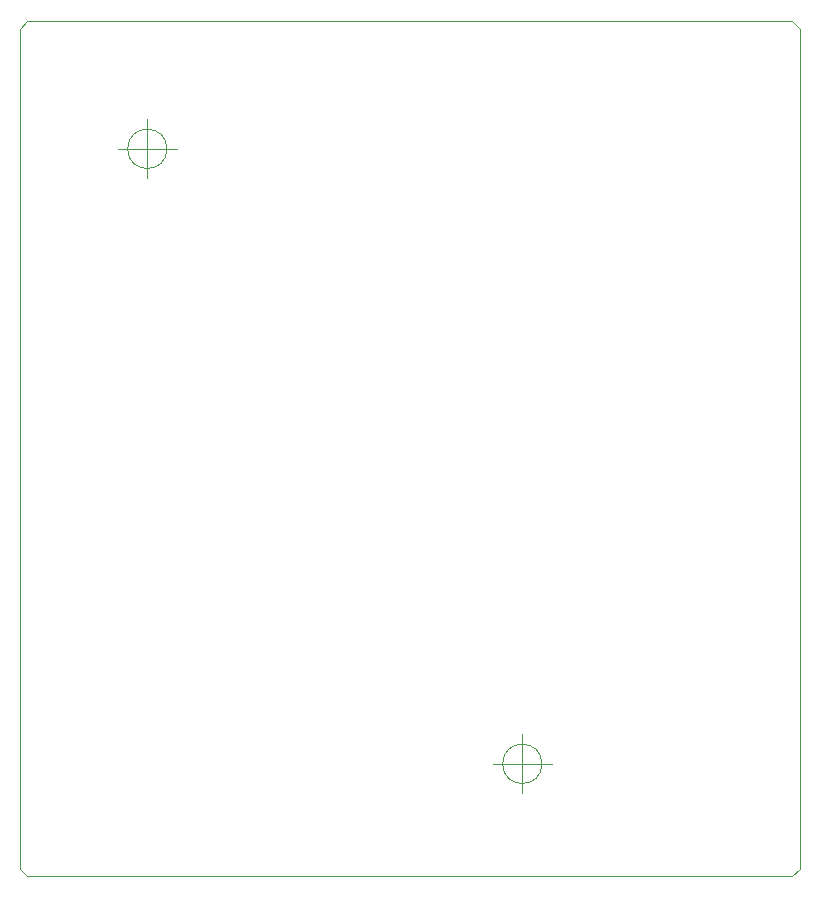
<source format=gbr>
G04 #@! TF.GenerationSoftware,KiCad,Pcbnew,(5.1.5)-3*
G04 #@! TF.CreationDate,2020-09-30T13:47:12-04:00*
G04 #@! TF.ProjectId,PowerSync,506f7765-7253-4796-9e63-2e6b69636164,rev?*
G04 #@! TF.SameCoordinates,Original*
G04 #@! TF.FileFunction,Profile,NP*
%FSLAX46Y46*%
G04 Gerber Fmt 4.6, Leading zero omitted, Abs format (unit mm)*
G04 Created by KiCad (PCBNEW (5.1.5)-3) date 2020-09-30 13:47:12*
%MOMM*%
%LPD*%
G04 APERTURE LIST*
%ADD10C,0.050000*%
G04 APERTURE END LIST*
D10*
X55006666Y-50800000D02*
G75*
G03X55006666Y-50800000I-1666666J0D01*
G01*
X50840000Y-50800000D02*
X55840000Y-50800000D01*
X53340000Y-48300000D02*
X53340000Y-53300000D01*
X107950000Y-40005000D02*
X108585000Y-40640000D01*
X43180000Y-112395000D02*
X42545000Y-111760000D01*
X43180000Y-40005000D02*
X42545000Y-40640000D01*
X107950000Y-112395000D02*
X108585000Y-111760000D01*
X107950000Y-112395000D02*
X43180000Y-112395000D01*
X108585000Y-40640000D02*
X108585000Y-111760000D01*
X43180000Y-40005000D02*
X107950000Y-40005000D01*
X42545000Y-111760000D02*
X42545000Y-40640000D01*
X86756666Y-102870000D02*
G75*
G03X86756666Y-102870000I-1666666J0D01*
G01*
X82590000Y-102870000D02*
X87590000Y-102870000D01*
X85090000Y-100370000D02*
X85090000Y-105370000D01*
M02*

</source>
